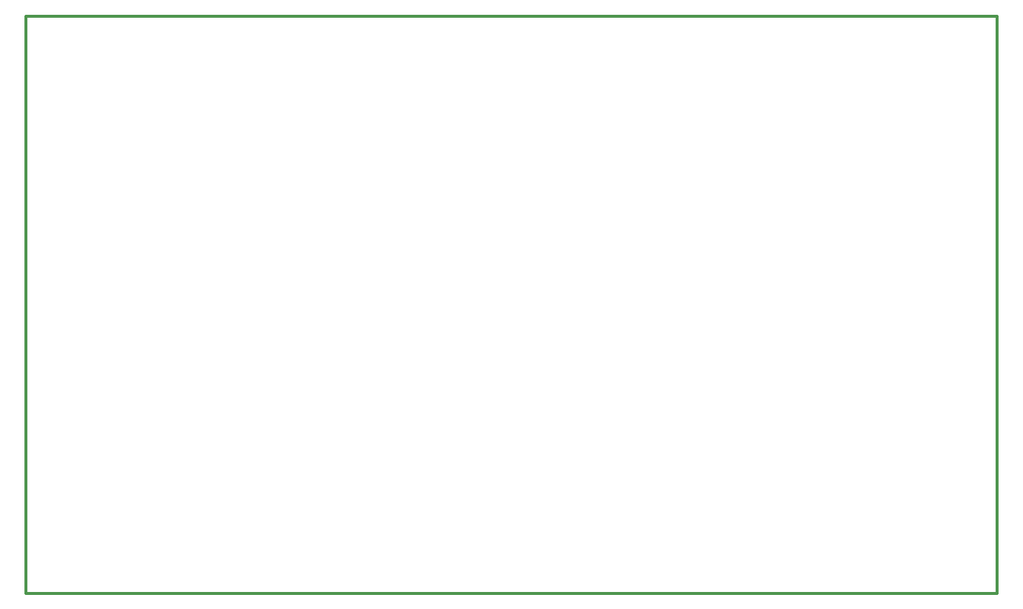
<source format=gbr>
G04 EasyPC Gerber Version 20.0.2 Build 4112 *
G04 #@! TF.Part,Single*
%FSLAX35Y35*%
%MOIN*%
%ADD10C,0.01200*%
X0Y0D02*
D02*
D10*
X40600Y42750D02*
X478100D01*
Y302750*
X40600*
Y42750*
X0Y0D02*
M02*

</source>
